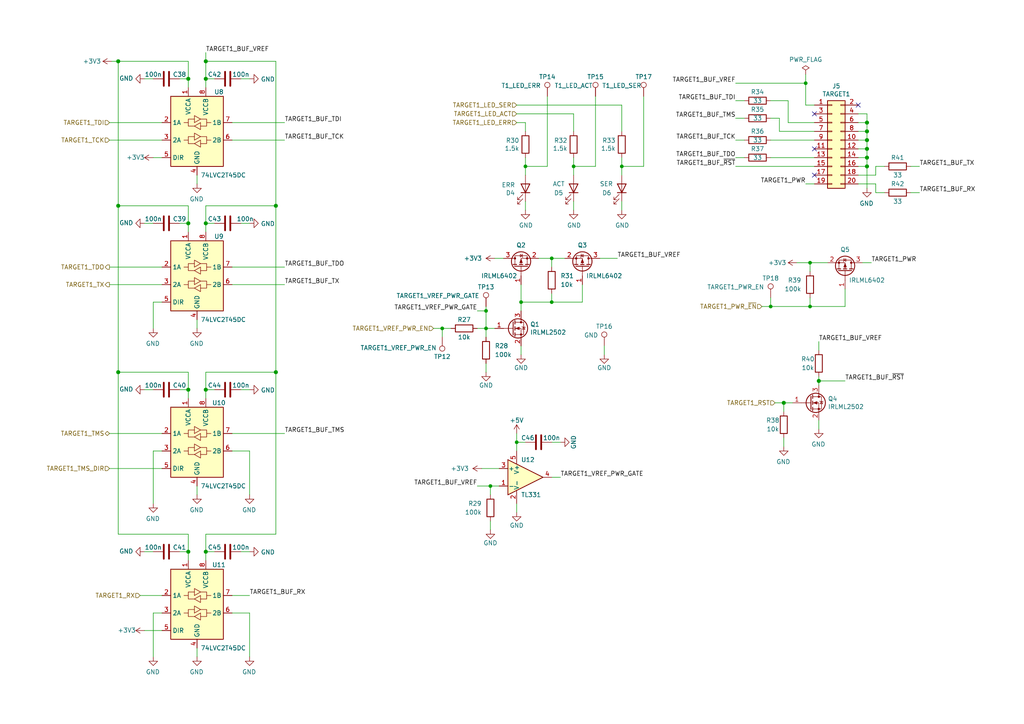
<source format=kicad_sch>
(kicad_sch (version 20211123) (generator eeschema)
  (paper "A4")
  (lib_symbols
    (symbol "Comparator:TL331" (pin_names (offset 0.127))
      (property "Reference" "U" (at 1.27 5.08 0))
      (property "Value" "TL331" (at 3.81 -5.08 0))
      (symbol "TL331_0_1"
        (polyline (pts (xy -5.08 5.08) (xy 5.08 0) (xy -5.08 -5.08) (xy -5.08 5.08)) (stroke (width 0.254)) (fill (type background)))
      )
      (symbol "TL331_1_1"
        (pin input line (at -7.62 -2.54 0) (length 2.54) (name "-") (number "1"))
        (pin power_in line (at -2.54 -7.62 90) (length 3.81) (name "V-") (number "2"))
        (pin input line (at -7.62 2.54 0) (length 2.54) (name "+") (number "3"))
        (pin open_collector line (at 7.62 0 180) (length 2.54) (name "~") (number "4"))
        (pin power_in line (at -2.54 7.62 270) (length 3.81) (name "V+") (number "5"))
      )
    )
    (symbol "Connector:TestPoint" (pin_numbers hide) (pin_names (offset 0.762) hide)
      (property "Reference" "TP" (at 0 6.858 0))
      (property "Value" "TestPoint" (at 0 5.08 0))
      (symbol "TestPoint_0_1"
        (circle (center 0 3.302) (radius 0.762))
      )
      (symbol "TestPoint_1_1"
        (pin passive line (at 0 0 90) (length 2.54) (name "1") (number "1"))
      )
    )
    (symbol "Connector_Generic:Conn_02x10_Odd_Even" (pin_names (offset 1.016) hide)
      (property "Reference" "J" (at 1.27 12.7 0))
      (property "Value" "Conn_02x10_Odd_Even" (at 1.27 -15.24 0))
      (symbol "Conn_02x10_Odd_Even_1_1"
        (rectangle (start -1.27 -12.573) (end 0 -12.827) (stroke (width 0.1524)))
        (rectangle (start -1.27 -10.033) (end 0 -10.287) (stroke (width 0.1524)))
        (rectangle (start -1.27 -7.493) (end 0 -7.747) (stroke (width 0.1524)))
        (rectangle (start -1.27 -4.953) (end 0 -5.207) (stroke (width 0.1524)))
        (rectangle (start -1.27 -2.413) (end 0 -2.667) (stroke (width 0.1524)))
        (rectangle (start -1.27 0.127) (end 0 -0.127) (stroke (width 0.1524)))
        (rectangle (start -1.27 2.667) (end 0 2.413) (stroke (width 0.1524)))
        (rectangle (start -1.27 5.207) (end 0 4.953) (stroke (width 0.1524)))
        (rectangle (start -1.27 7.747) (end 0 7.493) (stroke (width 0.1524)))
        (rectangle (start -1.27 10.287) (end 0 10.033) (stroke (width 0.1524)))
        (rectangle (start -1.27 11.43) (end 3.81 -13.97) (stroke (width 0.254)) (fill (type background)))
        (rectangle (start 3.81 -12.573) (end 2.54 -12.827) (stroke (width 0.1524)))
        (rectangle (start 3.81 -10.033) (end 2.54 -10.287) (stroke (width 0.1524)))
        (rectangle (start 3.81 -7.493) (end 2.54 -7.747) (stroke (width 0.1524)))
        (rectangle (start 3.81 -4.953) (end 2.54 -5.207) (stroke (width 0.1524)))
        (rectangle (start 3.81 -2.413) (end 2.54 -2.667) (stroke (width 0.1524)))
        (rectangle (start 3.81 0.127) (end 2.54 -0.127) (stroke (width 0.1524)))
        (rectangle (start 3.81 2.667) (end 2.54 2.413) (stroke (width 0.1524)))
        (rectangle (start 3.81 5.207) (end 2.54 4.953) (stroke (width 0.1524)))
        (rectangle (start 3.81 7.747) (end 2.54 7.493) (stroke (width 0.1524)))
        (rectangle (start 3.81 10.287) (end 2.54 10.033) (stroke (width 0.1524)))
        (pin passive line (at -5.08 10.16 0) (length 3.81) (name "Pin_1") (number "1"))
        (pin passive line (at 7.62 0 180) (length 3.81) (name "Pin_10") (number "10"))
        (pin passive line (at -5.08 -2.54 0) (length 3.81) (name "Pin_11") (number "11"))
        (pin passive line (at 7.62 -2.54 180) (length 3.81) (name "Pin_12") (number "12"))
        (pin passive line (at -5.08 -5.08 0) (length 3.81) (name "Pin_13") (number "13"))
        (pin passive line (at 7.62 -5.08 180) (length 3.81) (name "Pin_14") (number "14"))
        (pin passive line (at -5.08 -7.62 0) (length 3.81) (name "Pin_15") (number "15"))
        (pin passive line (at 7.62 -7.62 180) (length 3.81) (name "Pin_16") (number "16"))
        (pin passive line (at -5.08 -10.16 0) (length 3.81) (name "Pin_17") (number "17"))
        (pin passive line (at 7.62 -10.16 180) (length 3.81) (name "Pin_18") (number "18"))
        (pin passive line (at -5.08 -12.7 0) (length 3.81) (name "Pin_19") (number "19"))
        (pin passive line (at 7.62 10.16 180) (length 3.81) (name "Pin_2") (number "2"))
        (pin passive line (at 7.62 -12.7 180) (length 3.81) (name "Pin_20") (number "20"))
        (pin passive line (at -5.08 7.62 0) (length 3.81) (name "Pin_3") (number "3"))
        (pin passive line (at 7.62 7.62 180) (length 3.81) (name "Pin_4") (number "4"))
        (pin passive line (at -5.08 5.08 0) (length 3.81) (name "Pin_5") (number "5"))
        (pin passive line (at 7.62 5.08 180) (length 3.81) (name "Pin_6") (number "6"))
        (pin passive line (at -5.08 2.54 0) (length 3.81) (name "Pin_7") (number "7"))
        (pin passive line (at 7.62 2.54 180) (length 3.81) (name "Pin_8") (number "8"))
        (pin passive line (at -5.08 0 0) (length 3.81) (name "Pin_9") (number "9"))
      )
    )
    (symbol "Device:C" (pin_numbers hide) (pin_names (offset 0.254))
      (property "Reference" "C" (at 0.635 2.54 0))
      (property "Value" "C" (at 0.635 -2.54 0))
      (symbol "C_0_1"
        (polyline (pts (xy -2.032 -0.762) (xy 2.032 -0.762)) (stroke (width 0.508)))
        (polyline (pts (xy -2.032 0.762) (xy 2.032 0.762)) (stroke (width 0.508)))
      )
      (symbol "C_1_1"
        (pin passive line (at 0 3.81 270) (length 2.794) (name "~") (number "1"))
        (pin passive line (at 0 -3.81 90) (length 2.794) (name "~") (number "2"))
      )
    )
    (symbol "Device:LED" (pin_numbers hide) (pin_names (offset 1.016) hide)
      (property "Reference" "D" (at 0 2.54 0))
      (property "Value" "LED" (at 0 -2.54 0))
      (symbol "LED_0_1"
        (polyline (pts (xy -1.27 -1.27) (xy -1.27 1.27)) (stroke (width 0.254)))
        (polyline (pts (xy -1.27 0) (xy 1.27 0)))
        (polyline (pts (xy 1.27 -1.27) (xy 1.27 1.27) (xy -1.27 0) (xy 1.27 -1.27)) (stroke (width 0.254)))
        (polyline (pts (xy -3.048 -0.762) (xy -4.572 -2.286) (xy -3.81 -2.286) (xy -4.572 -2.286) (xy -4.572 -1.524)))
        (polyline (pts (xy -1.778 -0.762) (xy -3.302 -2.286) (xy -2.54 -2.286) (xy -3.302 -2.286) (xy -3.302 -1.524)))
      )
      (symbol "LED_1_1"
        (pin passive line (at -3.81 0 0) (length 2.54) (name "K") (number "1"))
        (pin passive line (at 3.81 0 180) (length 2.54) (name "A") (number "2"))
      )
    )
    (symbol "Device:Q_NMOS_GSD" (pin_names (offset 0) hide)
      (property "Reference" "Q" (at 5.08 1.27 0))
      (property "Value" "Q_NMOS_GSD" (at 5.08 -1.27 0))
      (symbol "Q_NMOS_GSD_0_1"
        (polyline (pts (xy 0.254 0) (xy -2.54 0)))
        (polyline (pts (xy 0.254 1.905) (xy 0.254 -1.905)) (stroke (width 0.254)))
        (polyline (pts (xy 0.762 -1.27) (xy 0.762 -2.286)) (stroke (width 0.254)))
        (polyline (pts (xy 0.762 0.508) (xy 0.762 -0.508)) (stroke (width 0.254)))
        (polyline (pts (xy 0.762 2.286) (xy 0.762 1.27)) (stroke (width 0.254)))
        (polyline (pts (xy 2.54 2.54) (xy 2.54 1.778)))
        (polyline (pts (xy 2.54 -2.54) (xy 2.54 0) (xy 0.762 0)))
        (polyline (pts (xy 0.762 -1.778) (xy 3.302 -1.778) (xy 3.302 1.778) (xy 0.762 1.778)))
        (polyline (pts (xy 1.016 0) (xy 2.032 0.381) (xy 2.032 -0.381) (xy 1.016 0)) (fill (type outline)))
        (polyline (pts (xy 2.794 0.508) (xy 2.921 0.381) (xy 3.683 0.381) (xy 3.81 0.254)))
        (polyline (pts (xy 3.302 0.381) (xy 2.921 -0.254) (xy 3.683 -0.254) (xy 3.302 0.381)))
        (circle (center 1.651 0) (radius 2.794) (stroke (width 0.254)))
        (circle (center 2.54 -1.778) (radius 0.254) (fill (type outline)))
        (circle (center 2.54 1.778) (radius 0.254) (fill (type outline)))
      )
      (symbol "Q_NMOS_GSD_1_1"
        (pin input line (at -5.08 0 0) (length 2.54) (name "G") (number "1"))
        (pin passive line (at 2.54 -5.08 90) (length 2.54) (name "S") (number "2"))
        (pin passive line (at 2.54 5.08 270) (length 2.54) (name "D") (number "3"))
      )
    )
    (symbol "Device:R" (pin_numbers hide) (pin_names (offset 0))
      (property "Reference" "R" (at 2.032 0 90))
      (property "Value" "R" (at 0 0 90))
      (symbol "R_0_1"
        (rectangle (start -1.016 -2.54) (end 1.016 2.54) (stroke (width 0.254)))
      )
      (symbol "R_1_1"
        (pin passive line (at 0 3.81 270) (length 1.27) (name "~") (number "1"))
        (pin passive line (at 0 -3.81 90) (length 1.27) (name "~") (number "2"))
      )
    )
    (symbol "Logic_LevelTranslator:74LVC2T45DC"
      (property "Reference" "U" (at 6.35 -11.43 0))
      (property "Value" "74LVC2T45DC" (at 10.16 11.43 0))
      (symbol "74LVC2T45DC_1_1"
        (rectangle (start -7.62 10.16) (end 7.62 -10.16) (stroke (width 0.254)) (fill (type background)))
        (polyline (pts (xy -2.54 -2.54) (xy -2.54 -1.524) (xy -0.762 -1.524)))
        (polyline (pts (xy -2.54 2.54) (xy -2.54 3.556) (xy -0.762 3.556)))
        (polyline (pts (xy 2.794 -2.54) (xy 2.794 -3.556) (xy 1.016 -3.556)))
        (polyline (pts (xy 2.794 2.54) (xy 2.794 1.524) (xy 1.016 1.524)))
        (polyline (pts (xy -0.762 -3.556) (xy -2.54 -3.556) (xy -2.54 -2.54) (xy -3.81 -2.54)))
        (polyline (pts (xy -0.762 -2.54) (xy -0.762 -0.508) (xy 1.016 -1.524) (xy -0.762 -2.54)))
        (polyline (pts (xy -0.762 1.524) (xy -2.54 1.524) (xy -2.54 2.54) (xy -3.81 2.54)))
        (polyline (pts (xy -0.762 2.54) (xy -0.762 4.572) (xy 1.016 3.556) (xy -0.762 2.54)))
        (polyline (pts (xy 1.016 -1.524) (xy 2.794 -1.524) (xy 2.794 -2.54) (xy 4.064 -2.54)))
        (polyline (pts (xy 1.016 3.556) (xy 2.794 3.556) (xy 2.794 2.54) (xy 4.064 2.54)))
        (polyline (pts (xy 1.016 -2.54) (xy 1.016 -4.318) (xy 1.016 -4.572) (xy -0.762 -3.556) (xy 1.016 -2.54)))
        (polyline (pts (xy 1.016 2.54) (xy 1.016 0.762) (xy 1.016 0.508) (xy -0.762 1.524) (xy 1.016 2.54)))
        (pin power_in line (at -2.54 12.7 270) (length 2.54) (name "VCCA") (number "1"))
        (pin bidirectional line (at -10.16 2.54 0) (length 2.54) (name "1A") (number "2"))
        (pin bidirectional line (at -10.16 -2.54 0) (length 2.54) (name "2A") (number "3"))
        (pin power_in line (at 0 -12.7 90) (length 2.54) (name "GND") (number "4"))
        (pin input line (at -10.16 -7.62 0) (length 2.54) (name "DIR") (number "5"))
        (pin bidirectional line (at 10.16 -2.54 180) (length 2.54) (name "2B") (number "6"))
        (pin bidirectional line (at 10.16 2.54 180) (length 2.54) (name "1B") (number "7"))
        (pin power_in line (at 2.54 12.7 270) (length 2.54) (name "VCCB") (number "8"))
      )
    )
    (symbol "Transistor_FET:IRLML6402" (pin_names hide)
      (property "Reference" "Q" (at 5.08 1.905 0))
      (property "Value" "IRLML6402" (at 5.08 0 0))
      (symbol "IRLML6402_0_1"
        (polyline (pts (xy 0.254 0) (xy -2.54 0)))
        (polyline (pts (xy 0.254 1.905) (xy 0.254 -1.905)) (stroke (width 0.254)))
        (polyline (pts (xy 0.762 -1.27) (xy 0.762 -2.286)) (stroke (width 0.254)))
        (polyline (pts (xy 0.762 0.508) (xy 0.762 -0.508)) (stroke (width 0.254)))
        (polyline (pts (xy 0.762 2.286) (xy 0.762 1.27)) (stroke (width 0.254)))
        (polyline (pts (xy 2.54 2.54) (xy 2.54 1.778)))
        (polyline (pts (xy 2.54 -2.54) (xy 2.54 0) (xy 0.762 0)))
        (polyline (pts (xy 0.762 1.778) (xy 3.302 1.778) (xy 3.302 -1.778) (xy 0.762 -1.778)))
        (polyline (pts (xy 2.286 0) (xy 1.27 0.381) (xy 1.27 -0.381) (xy 2.286 0)) (fill (type outline)))
        (polyline (pts (xy 2.794 -0.508) (xy 2.921 -0.381) (xy 3.683 -0.381) (xy 3.81 -0.254)))
        (polyline (pts (xy 3.302 -0.381) (xy 2.921 0.254) (xy 3.683 0.254) (xy 3.302 -0.381)))
        (circle (center 1.651 0) (radius 2.794) (stroke (width 0.254)))
        (circle (center 2.54 -1.778) (radius 0.254) (fill (type outline)))
        (circle (center 2.54 1.778) (radius 0.254) (fill (type outline)))
      )
      (symbol "IRLML6402_1_1"
        (pin input line (at -5.08 0 0) (length 2.54) (name "G") (number "1"))
        (pin passive line (at 2.54 -5.08 90) (length 2.54) (name "S") (number "2"))
        (pin passive line (at 2.54 5.08 270) (length 2.54) (name "D") (number "3"))
      )
    )
    (symbol "power:+3V3" (power) (pin_names (offset 0))
      (property "Value" "+3V3" (at 0 3.556 0))
      (symbol "+3V3_0_1"
        (polyline (pts (xy -0.762 1.27) (xy 0 2.54)))
        (polyline (pts (xy 0 0) (xy 0 2.54)))
        (polyline (pts (xy 0 2.54) (xy 0.762 1.27)))
      )
      (symbol "+3V3_1_1"
        (pin power_in line (at 0 0 90) (length 0) hide (name "+3V3") (number "1"))
      )
    )
    (symbol "power:+5V" (power) (pin_names (offset 0))
      (property "Value" "+5V" (at 0 3.556 0))
      (symbol "+5V_0_1"
        (polyline (pts (xy -0.762 1.27) (xy 0 2.54)))
        (polyline (pts (xy 0 0) (xy 0 2.54)))
        (polyline (pts (xy 0 2.54) (xy 0.762 1.27)))
      )
      (symbol "+5V_1_1"
        (pin power_in line (at 0 0 90) (length 0) hide (name "+5V") (number "1"))
      )
    )
    (symbol "power:GND" (power) (pin_names (offset 0))
      (property "Value" "GND" (at 0 -3.81 0))
      (symbol "GND_0_1"
        (polyline (pts (xy 0 0) (xy 0 -1.27) (xy 1.27 -1.27) (xy 0 -2.54) (xy -1.27 -1.27) (xy 0 -1.27)))
      )
      (symbol "GND_1_1"
        (pin power_in line (at 0 0 270) (length 0) hide (name "GND") (number "1"))
      )
    )
    (symbol "power:PWR_FLAG" (power) (pin_numbers hide) (pin_names (offset 0) hide)
      (property "Value" "PWR_FLAG" (at 0 3.81 0))
      (symbol "PWR_FLAG_0_0"
        (pin power_out line (at 0 0 90) (length 0) (name "pwr") (number "1"))
      )
      (symbol "PWR_FLAG_0_1"
        (polyline (pts (xy 0 0) (xy 0 1.27) (xy -1.016 1.905) (xy 0 2.54) (xy 1.016 1.905) (xy 0 1.27)))
      )
    )
  )
  (junction (at 54.61 64.77) (diameter 1.016))
  (junction (at 251.46 35.56) (diameter 1.016))
  (junction (at 149.86 128.27) (diameter 0.9144))
  (junction (at 59.69 160.02) (diameter 1.016))
  (junction (at 54.61 160.02) (diameter 1.016))
  (junction (at 34.29 17.78) (diameter 1.016))
  (junction (at 54.61 22.86) (diameter 1.016))
  (junction (at 251.46 40.64) (diameter 1.016))
  (junction (at 251.46 43.18) (diameter 1.016))
  (junction (at 234.95 76.2) (diameter 0.9144))
  (junction (at 80.01 59.69) (diameter 1.016))
  (junction (at 59.69 17.78) (diameter 1.016))
  (junction (at 34.29 107.95) (diameter 1.016))
  (junction (at 128.27 95.25) (diameter 0.9144))
  (junction (at 152.4 48.26))
  (junction (at 251.46 38.1) (diameter 1.016))
  (junction (at 223.52 88.9) (diameter 0.9144))
  (junction (at 59.69 22.86) (diameter 1.016))
  (junction (at 140.97 90.17) (diameter 0.9144))
  (junction (at 237.49 110.49) (diameter 1.016))
  (junction (at 160.02 87.63) (diameter 0.9144))
  (junction (at 233.68 24.13) (diameter 0.9144))
  (junction (at 142.24 140.97) (diameter 0.9144))
  (junction (at 54.61 113.03) (diameter 1.016))
  (junction (at 180.34 48.26))
  (junction (at 166.37 48.26))
  (junction (at 34.29 59.69) (diameter 1.016))
  (junction (at 251.46 45.72) (diameter 1.016))
  (junction (at 160.02 74.93) (diameter 0.9144))
  (junction (at 59.69 64.77) (diameter 1.016))
  (junction (at 251.46 48.26) (diameter 1.016))
  (junction (at 227.33 116.84) (diameter 1.016))
  (junction (at 140.97 95.25) (diameter 0.9144))
  (junction (at 59.69 113.03) (diameter 1.016))
  (junction (at 80.01 107.95) (diameter 1.016))
  (junction (at 151.13 87.63) (diameter 0.9144))
  (junction (at 234.95 88.9) (diameter 0.9144))
  (no_connect (at 236.22 43.18))
  (no_connect (at 236.22 33.02))
  (no_connect (at 248.92 30.48))
  (no_connect (at 236.22 50.8))
  (wire (pts (xy 44.45 22.86) (xy 41.91 22.86)))
  (wire (pts (xy 213.36 45.72) (xy 215.9 45.72)))
  (wire (pts (xy 34.29 59.69) (xy 34.29 107.95)))
  (wire (pts (xy 34.29 17.78) (xy 54.61 17.78)))
  (wire (pts (xy 34.29 154.94) (xy 54.61 154.94)))
  (wire (pts (xy 264.16 48.26) (xy 266.7 48.26)))
  (wire (pts (xy 59.69 15.24) (xy 59.69 17.78)))
  (wire (pts (xy 59.69 17.78) (xy 59.69 22.86)))
  (wire (pts (xy 251.46 33.02) (xy 251.46 35.56)))
  (wire (pts (xy 44.45 113.03) (xy 41.91 113.03)))
  (wire (pts (xy 158.75 48.26) (xy 158.75 27.94)))
  (wire (pts (xy 44.45 160.02) (xy 41.91 160.02)))
  (wire (pts (xy 213.36 29.21) (xy 215.9 29.21)))
  (wire (pts (xy 227.33 119.38) (xy 227.33 116.84)))
  (wire (pts (xy 213.36 40.64) (xy 215.9 40.64)))
  (wire (pts (xy 149.86 33.02) (xy 166.37 33.02)))
  (wire (pts (xy 44.45 177.8) (xy 44.45 190.5)))
  (wire (pts (xy 234.95 86.36) (xy 234.95 88.9)))
  (wire (pts (xy 234.95 88.9) (xy 245.11 88.9)))
  (wire (pts (xy 245.11 88.9) (xy 245.11 83.82)))
  (wire (pts (xy 80.01 59.69) (xy 80.01 17.78)))
  (wire (pts (xy 149.86 125.73) (xy 149.86 128.27)))
  (wire (pts (xy 54.61 160.02) (xy 54.61 162.56)))
  (wire (pts (xy 248.92 45.72) (xy 251.46 45.72)))
  (wire (pts (xy 34.29 107.95) (xy 34.29 154.94)))
  (wire (pts (xy 54.61 107.95) (xy 54.61 113.03)))
  (wire (pts (xy 248.92 50.8) (xy 254 50.8)))
  (wire (pts (xy 59.69 154.94) (xy 59.69 160.02)))
  (wire (pts (xy 160.02 138.43) (xy 162.56 138.43)))
  (wire (pts (xy 160.02 74.93) (xy 160.02 77.47)))
  (wire (pts (xy 142.24 140.97) (xy 142.24 143.51)))
  (wire (pts (xy 213.36 34.29) (xy 215.9 34.29)))
  (wire (pts (xy 46.99 87.63) (xy 44.45 87.63)))
  (wire (pts (xy 248.92 33.02) (xy 251.46 33.02)))
  (wire (pts (xy 264.16 55.88) (xy 266.7 55.88)))
  (wire (pts (xy 233.68 21.59) (xy 233.68 24.13)))
  (wire (pts (xy 223.52 34.29) (xy 226.06 34.29)))
  (wire (pts (xy 226.06 34.29) (xy 226.06 38.1)))
  (wire (pts (xy 234.95 76.2) (xy 234.95 78.74)))
  (wire (pts (xy 31.75 77.47) (xy 46.99 77.47)))
  (wire (pts (xy 52.07 113.03) (xy 54.61 113.03)))
  (wire (pts (xy 227.33 116.84) (xy 224.79 116.84)))
  (wire (pts (xy 59.69 113.03) (xy 59.69 115.57)))
  (wire (pts (xy 32.385 17.78) (xy 34.29 17.78)))
  (wire (pts (xy 233.68 24.13) (xy 213.36 24.13)))
  (wire (pts (xy 233.68 24.13) (xy 233.68 30.48)))
  (wire (pts (xy 59.69 22.86) (xy 59.69 25.4)))
  (wire (pts (xy 143.51 74.93) (xy 146.05 74.93)))
  (wire (pts (xy 166.37 58.42) (xy 166.37 60.96)))
  (wire (pts (xy 149.86 146.05) (xy 149.86 148.59)))
  (wire (pts (xy 254 48.26) (xy 256.54 48.26)))
  (wire (pts (xy 151.13 82.55) (xy 151.13 87.63)))
  (wire (pts (xy 80.01 107.95) (xy 59.69 107.95)))
  (wire (pts (xy 168.91 87.63) (xy 168.91 82.55)))
  (wire (pts (xy 57.15 143.51) (xy 57.15 140.97)))
  (wire (pts (xy 223.52 86.36) (xy 223.52 88.9)))
  (wire (pts (xy 52.07 160.02) (xy 54.61 160.02)))
  (wire (pts (xy 57.15 53.34) (xy 57.15 50.8)))
  (wire (pts (xy 220.98 88.9) (xy 223.52 88.9)))
  (wire (pts (xy 223.52 88.9) (xy 234.95 88.9)))
  (wire (pts (xy 54.61 22.86) (xy 54.61 25.4)))
  (wire (pts (xy 62.23 113.03) (xy 59.69 113.03)))
  (wire (pts (xy 59.69 107.95) (xy 59.69 113.03)))
  (wire (pts (xy 44.45 45.72) (xy 46.99 45.72)))
  (wire (pts (xy 180.34 58.42) (xy 180.34 60.96)))
  (wire (pts (xy 248.92 43.18) (xy 251.46 43.18)))
  (wire (pts (xy 44.45 130.81) (xy 44.45 146.05)))
  (wire (pts (xy 59.69 59.69) (xy 80.01 59.69)))
  (wire (pts (xy 80.01 59.69) (xy 80.01 107.95)))
  (wire (pts (xy 80.01 154.94) (xy 59.69 154.94)))
  (wire (pts (xy 67.31 125.73) (xy 82.55 125.73)))
  (wire (pts (xy 69.85 64.77) (xy 72.39 64.77)))
  (wire (pts (xy 227.33 129.54) (xy 227.33 127)))
  (wire (pts (xy 59.69 64.77) (xy 59.69 67.31)))
  (wire (pts (xy 226.06 38.1) (xy 236.22 38.1)))
  (wire (pts (xy 69.85 113.03) (xy 72.39 113.03)))
  (wire (pts (xy 254 53.34) (xy 254 55.88)))
  (wire (pts (xy 156.21 74.93) (xy 160.02 74.93)))
  (wire (pts (xy 140.97 88.9) (xy 140.97 90.17)))
  (wire (pts (xy 186.69 48.26) (xy 186.69 27.94)))
  (wire (pts (xy 149.86 128.27) (xy 149.86 130.81)))
  (wire (pts (xy 251.46 40.64) (xy 251.46 43.18)))
  (wire (pts (xy 125.73 95.25) (xy 128.27 95.25)))
  (wire (pts (xy 128.27 95.25) (xy 130.81 95.25)))
  (wire (pts (xy 46.99 177.8) (xy 44.45 177.8)))
  (wire (pts (xy 72.39 177.8) (xy 72.39 190.5)))
  (wire (pts (xy 237.49 110.49) (xy 245.11 110.49)))
  (wire (pts (xy 152.4 45.72) (xy 152.4 48.26)))
  (wire (pts (xy 237.49 110.49) (xy 237.49 111.76)))
  (wire (pts (xy 54.61 59.69) (xy 34.29 59.69)))
  (wire (pts (xy 228.6 35.56) (xy 236.22 35.56)))
  (wire (pts (xy 67.31 77.47) (xy 82.55 77.47)))
  (wire (pts (xy 31.75 135.89) (xy 46.99 135.89)))
  (wire (pts (xy 227.33 116.84) (xy 229.87 116.84)))
  (wire (pts (xy 251.46 48.26) (xy 251.46 54.61)))
  (wire (pts (xy 152.4 58.42) (xy 152.4 60.96)))
  (wire (pts (xy 54.61 64.77) (xy 54.61 59.69)))
  (wire (pts (xy 236.22 53.34) (xy 233.68 53.34)))
  (wire (pts (xy 138.43 95.25) (xy 140.97 95.25)))
  (wire (pts (xy 149.86 35.56) (xy 152.4 35.56)))
  (wire (pts (xy 62.23 160.02) (xy 59.69 160.02)))
  (wire (pts (xy 254 50.8) (xy 254 48.26)))
  (wire (pts (xy 160.02 74.93) (xy 163.83 74.93)))
  (wire (pts (xy 248.92 38.1) (xy 251.46 38.1)))
  (wire (pts (xy 248.92 53.34) (xy 254 53.34)))
  (wire (pts (xy 237.49 109.22) (xy 237.49 110.49)))
  (wire (pts (xy 149.86 30.48) (xy 180.34 30.48)))
  (wire (pts (xy 151.13 87.63) (xy 160.02 87.63)))
  (wire (pts (xy 54.61 154.94) (xy 54.61 160.02)))
  (wire (pts (xy 223.52 40.64) (xy 236.22 40.64)))
  (wire (pts (xy 151.13 100.33) (xy 151.13 102.87)))
  (wire (pts (xy 237.49 124.46) (xy 237.49 121.92)))
  (wire (pts (xy 44.45 64.77) (xy 41.91 64.77)))
  (wire (pts (xy 52.07 64.77) (xy 54.61 64.77)))
  (wire (pts (xy 72.39 130.81) (xy 72.39 143.51)))
  (wire (pts (xy 67.31 172.72) (xy 72.39 172.72)))
  (wire (pts (xy 80.01 107.95) (xy 80.01 154.94)))
  (wire (pts (xy 250.19 76.2) (xy 252.73 76.2)))
  (wire (pts (xy 69.85 22.86) (xy 72.39 22.86)))
  (wire (pts (xy 166.37 45.72) (xy 166.37 48.26)))
  (wire (pts (xy 140.97 95.25) (xy 140.97 97.79)))
  (wire (pts (xy 139.7 135.89) (xy 144.78 135.89)))
  (wire (pts (xy 180.34 48.26) (xy 186.69 48.26)))
  (wire (pts (xy 233.68 30.48) (xy 236.22 30.48)))
  (wire (pts (xy 140.97 105.41) (xy 140.97 107.95)))
  (wire (pts (xy 54.61 113.03) (xy 54.61 115.57)))
  (wire (pts (xy 251.46 38.1) (xy 251.46 40.64)))
  (wire (pts (xy 40.64 172.72) (xy 46.99 172.72)))
  (wire (pts (xy 67.31 82.55) (xy 82.55 82.55)))
  (wire (pts (xy 152.4 48.26) (xy 152.4 50.8)))
  (wire (pts (xy 160.02 85.09) (xy 160.02 87.63)))
  (wire (pts (xy 59.69 160.02) (xy 59.69 162.56)))
  (wire (pts (xy 54.61 17.78) (xy 54.61 22.86)))
  (wire (pts (xy 254 55.88) (xy 256.54 55.88)))
  (wire (pts (xy 59.69 64.77) (xy 59.69 59.69)))
  (wire (pts (xy 138.43 140.97) (xy 142.24 140.97)))
  (wire (pts (xy 142.24 140.97) (xy 144.78 140.97)))
  (wire (pts (xy 46.99 40.64) (xy 31.75 40.64)))
  (wire (pts (xy 175.26 100.33) (xy 175.26 102.87)))
  (wire (pts (xy 140.97 95.25) (xy 140.97 90.17)))
  (wire (pts (xy 152.4 38.1) (xy 152.4 35.56)))
  (wire (pts (xy 251.46 43.18) (xy 251.46 45.72)))
  (wire (pts (xy 57.15 95.25) (xy 57.15 92.71)))
  (wire (pts (xy 166.37 38.1) (xy 166.37 33.02)))
  (wire (pts (xy 67.31 130.81) (xy 72.39 130.81)))
  (wire (pts (xy 138.43 90.17) (xy 140.97 90.17)))
  (wire (pts (xy 248.92 35.56) (xy 251.46 35.56)))
  (wire (pts (xy 31.75 125.73) (xy 46.99 125.73)))
  (wire (pts (xy 248.92 40.64) (xy 251.46 40.64)))
  (wire (pts (xy 44.45 95.25) (xy 44.45 87.63)))
  (wire (pts (xy 172.72 48.26) (xy 166.37 48.26)))
  (wire (pts (xy 251.46 45.72) (xy 251.46 48.26)))
  (wire (pts (xy 140.97 95.25) (xy 143.51 95.25)))
  (wire (pts (xy 142.24 151.13) (xy 142.24 153.67)))
  (wire (pts (xy 69.85 160.02) (xy 72.39 160.02)))
  (wire (pts (xy 67.31 40.64) (xy 82.55 40.64)))
  (wire (pts (xy 34.29 59.69) (xy 34.29 17.78)))
  (wire (pts (xy 31.75 82.55) (xy 46.99 82.55)))
  (wire (pts (xy 166.37 48.26) (xy 166.37 50.8)))
  (wire (pts (xy 62.23 22.86) (xy 59.69 22.86)))
  (wire (pts (xy 57.15 190.5) (xy 57.15 187.96)))
  (wire (pts (xy 236.22 48.26) (xy 213.36 48.26)))
  (wire (pts (xy 67.31 35.56) (xy 82.55 35.56)))
  (wire (pts (xy 54.61 64.77) (xy 54.61 67.31)))
  (wire (pts (xy 152.4 48.26) (xy 158.75 48.26)))
  (wire (pts (xy 52.07 22.86) (xy 54.61 22.86)))
  (wire (pts (xy 67.31 177.8) (xy 72.39 177.8)))
  (wire (pts (xy 231.14 76.2) (xy 234.95 76.2)))
  (wire (pts (xy 234.95 76.2) (xy 240.03 76.2)))
  (wire (pts (xy 31.75 35.56) (xy 46.99 35.56)))
  (wire (pts (xy 180.34 30.48) (xy 180.34 38.1)))
  (wire (pts (xy 223.52 45.72) (xy 236.22 45.72)))
  (wire (pts (xy 46.99 130.81) (xy 44.45 130.81)))
  (wire (pts (xy 172.72 27.94) (xy 172.72 48.26)))
  (wire (pts (xy 160.02 87.63) (xy 168.91 87.63)))
  (wire (pts (xy 62.23 64.77) (xy 59.69 64.77)))
  (wire (pts (xy 251.46 35.56) (xy 251.46 38.1)))
  (wire (pts (xy 248.92 48.26) (xy 251.46 48.26)))
  (wire (pts (xy 180.34 45.72) (xy 180.34 48.26)))
  (wire (pts (xy 34.29 107.95) (xy 54.61 107.95)))
  (wire (pts (xy 46.99 182.88) (xy 41.91 182.88)))
  (wire (pts (xy 151.13 90.17) (xy 151.13 87.63)))
  (wire (pts (xy 128.27 95.25) (xy 128.27 97.79)))
  (wire (pts (xy 80.01 17.78) (xy 59.69 17.78)))
  (wire (pts (xy 237.49 99.06) (xy 237.49 101.6)))
  (wire (pts (xy 223.52 29.21) (xy 228.6 29.21)))
  (wire (pts (xy 228.6 29.21) (xy 228.6 35.56)))
  (wire (pts (xy 173.99 74.93) (xy 179.07 74.93)))
  (wire (pts (xy 152.4 128.27) (xy 149.86 128.27)))
  (wire (pts (xy 180.34 48.26) (xy 180.34 50.8)))
  (wire (pts (xy 160.02 128.27) (xy 162.56 128.27)))
  (label "TARGET1_BUF_TCK" (at 213.36 40.64 180))
  (label "TARGET1_VREF_PWR_GATE" (at 138.43 90.17 180))
  (label "TARGET1_BUF_VREF" (at 138.43 140.97 180))
  (label "TARGET1_BUF_VREF" (at 59.69 15.24 0))
  (label "TARGET1_BUF_TX" (at 82.55 82.55 0))
  (label "TARGET1_PWR" (at 233.68 53.34 180))
  (label "TARGET1_BUF_TDI" (at 82.55 35.56 0))
  (label "TARGET1_VREF_PWR_GATE" (at 162.56 138.43 0))
  (label "TARGET1_BUF_TMS" (at 82.55 125.73 0))
  (label "TARGET1_BUF_TDO" (at 213.36 45.72 180))
  (label "TARGET1_PWR" (at 252.73 76.2 0))
  (label "TARGET1_BUF_TMS" (at 213.36 34.29 180))
  (label "TARGET1_BUF_~{RST}" (at 213.36 48.26 180))
  (label "TARGET1_BUF_TDI" (at 213.36 29.21 180))
  (label "TARGET1_BUF_TCK" (at 82.55 40.64 0))
  (label "TARGET1_BUF_TX" (at 266.7 48.26 0))
  (label "TARGET1_BUF_RX" (at 266.7 55.88 0))
  (label "TARGET1_BUF_VREF" (at 179.07 74.93 0))
  (label "TARGET1_BUF_~{RST}" (at 245.11 110.49 0))
  (label "TARGET1_BUF_VREF" (at 213.36 24.13 180))
  (label "TARGET1_BUF_VREF" (at 237.49 99.06 0))
  (label "TARGET1_BUF_RX" (at 72.39 172.72 0))
  (label "TARGET1_BUF_TDO" (at 82.55 77.47 0))
  (hierarchical_label "TARGET1_TMS_DIR" (shape input) (at 31.75 135.89 180))
  (hierarchical_label "TARGET1_TX" (shape output) (at 31.75 82.55 180))
  (hierarchical_label "TARGET1_TCK" (shape input) (at 31.75 40.64 180))
  (hierarchical_label "TARGET1_RX" (shape input) (at 40.64 172.72 180))
  (hierarchical_label "TARGET1_TMS" (shape bidirectional) (at 31.75 125.73 180))
  (hierarchical_label "TARGET1_TDO" (shape output) (at 31.75 77.47 180))
  (hierarchical_label "TARGET1_LED_ACT" (shape input) (at 149.86 33.02 180))
  (hierarchical_label "TARGET1_PWR_~{EN}" (shape input) (at 220.98 88.9 180))
  (hierarchical_label "TARGET1_TDI" (shape input) (at 31.75 35.56 180))
  (hierarchical_label "TARGET1_LED_ERR" (shape input) (at 149.86 35.56 180))
  (hierarchical_label "TARGET1_LED_SER" (shape input) (at 149.86 30.48 180))
  (hierarchical_label "TARGET1_RST" (shape input) (at 224.79 116.84 180))
  (hierarchical_label "TARGET1_VREF_PWR_EN" (shape input) (at 125.73 95.25 180))
  (symbol (lib_id "Device:C") (at 66.04 22.86 270) (unit 1)
    (property "Reference" "C42" (at 62.23 21.59 90))
    (property "Value" "100n" (at 69.85 21.59 90))
    (property "Footprint" "Capacitor_SMD:C_0402_1005Metric" (effects hide))
    (property "Part Number" "CC0402KRX7R7BB104" (effects hide))
  )
  (symbol (lib_id "Device:C") (at 48.26 22.86 270) (unit 1)
    (property "Reference" "C38" (at 52.07 21.59 90))
    (property "Value" "100n" (at 44.45 21.59 90))
    (property "Footprint" "Capacitor_SMD:C_0402_1005Metric" (effects hide))
    (property "Part Number" "CC0402KRX7R7BB104" (effects hide))
  )
  (symbol (lib_id "Device:R") (at 219.71 40.64 90) (unit 1)
    (property "Reference" "R36" (at 219.71 38.1 90))
    (property "Value" "33" (at 219.71 40.64 90))
    (property "Footprint" "Resistor_SMD:R_0402_1005Metric" (effects hide))
    (property "Part Number" "RC0402FR-07100KL" (effects hide))
  )
  (symbol (lib_id "Transistor_FET:IRLML6402") (at 151.13 77.47 90) (unit 1)
    (property "Reference" "Q2" (at 151.13 71.12 90))
    (property "Value" "IRLML6402" (at 144.78 80.01 90))
    (property "Footprint" "Package_TO_SOT_SMD:SOT-23" (effects hide))
    (property "Datasheet" "https://www.infineon.com/dgdl/irlml6402pbf.pdf?fileId=5546d462533600a401535668d5c2263c" (effects hide))
  )
  (symbol (lib_id "Transistor_FET:IRLML6402") (at 168.91 77.47 270) (mirror x) (unit 1)
    (property "Reference" "Q3" (at 168.91 71.12 90))
    (property "Value" "IRLML6402" (at 175.26 80.01 90))
    (property "Footprint" "Package_TO_SOT_SMD:SOT-23" (effects hide))
    (property "Datasheet" "https://www.infineon.com/dgdl/irlml6402pbf.pdf?fileId=5546d462533600a401535668d5c2263c" (effects hide))
  )
  (symbol (lib_id "power:+3V3") (at 231.14 76.2 90) (unit 1)
    (property "Reference" "#PWR0111" (effects hide))
    (property "Value" "+3V3" (at 225.425 76.2 90))
  )
  (symbol (lib_id "power:GND") (at 149.86 148.59 0) (unit 1)
    (property "Reference" "#PWR0103" (effects hide))
    (property "Value" "GND" (at 149.86 152.4 0))
  )
  (symbol (lib_id "Device:C") (at 48.26 160.02 270) (unit 1)
    (property "Reference" "C41" (at 52.07 158.75 90))
    (property "Value" "100n" (at 44.45 158.75 90))
    (property "Footprint" "Capacitor_SMD:C_0402_1005Metric" (effects hide))
    (property "Part Number" "CC0402KRX7R7BB104" (effects hide))
  )
  (symbol (lib_id "power:GND") (at 72.39 64.77 90) (mirror x) (unit 1)
    (property "Reference" "#PWR093" (effects hide))
    (property "Value" "GND" (at 75.6412 64.897 90) (effects (justify right)))
  )
  (symbol (lib_id "Connector:TestPoint") (at 186.69 27.94 0) (unit 1)
    (property "Reference" "TP17" (at 186.69 22.2884 0))
    (property "Value" "T1_LED_SER" (at 180.34 24.8284 0))
    (property "Footprint" "TestPoint:TestPoint_Pad_D1.0mm" (effects hide))
  )
  (symbol (lib_id "power:GND") (at 44.45 190.5 0) (mirror y) (unit 1)
    (property "Reference" "#PWR087" (effects hide))
    (property "Value" "GND" (at 44.323 194.8942 0))
  )
  (symbol (lib_id "power:GND") (at 237.49 124.46 0) (mirror y) (unit 1)
    (property "Reference" "#PWR0112" (effects hide))
    (property "Value" "GND" (at 237.363 128.8542 0))
  )
  (symbol (lib_id "power:GND") (at 57.15 53.34 0) (mirror y) (unit 1)
    (property "Reference" "#PWR088" (effects hide))
    (property "Value" "GND" (at 57.023 57.7342 0))
  )
  (symbol (lib_id "power:GND") (at 41.91 113.03 270) (mirror x) (unit 1)
    (property "Reference" "#PWR081" (effects hide))
    (property "Value" "GND" (at 38.6588 112.903 90) (effects (justify right)))
  )
  (symbol (lib_id "Device:C") (at 66.04 113.03 270) (unit 1)
    (property "Reference" "C44" (at 62.23 111.76 90))
    (property "Value" "100n" (at 69.85 111.76 90))
    (property "Footprint" "Capacitor_SMD:C_0402_1005Metric" (effects hide))
    (property "Part Number" "CC0402KRX7R7BB104" (effects hide))
  )
  (symbol (lib_id "Device:R") (at 219.71 34.29 90) (unit 1)
    (property "Reference" "R35" (at 219.71 31.75 90))
    (property "Value" "33" (at 219.71 34.29 90))
    (property "Footprint" "Resistor_SMD:R_0402_1005Metric" (effects hide))
    (property "Part Number" "RC0402FR-07100KL" (effects hide))
  )
  (symbol (lib_id "power:GND") (at 44.45 146.05 0) (mirror y) (unit 1)
    (property "Reference" "#PWR086" (effects hide))
    (property "Value" "GND" (at 44.323 150.4442 0))
  )
  (symbol (lib_id "Device:R") (at 234.95 82.55 0) (mirror x) (unit 1)
    (property "Reference" "R39" (at 232.41 81.2799 0) (effects (justify right)))
    (property "Value" "100k" (at 232.41 83.8199 0) (effects (justify right)))
    (property "Footprint" "Resistor_SMD:R_0402_1005Metric" (effects hide))
  )
  (symbol (lib_id "Device:C") (at 66.04 160.02 270) (unit 1)
    (property "Reference" "C45" (at 62.23 158.75 90))
    (property "Value" "100n" (at 69.85 158.75 90))
    (property "Footprint" "Capacitor_SMD:C_0402_1005Metric" (effects hide))
    (property "Part Number" "CC0402KRX7R7BB104" (effects hide))
  )
  (symbol (lib_id "power:GND") (at 175.26 102.87 0) (unit 1)
    (property "Reference" "#PWR0108" (effects hide))
    (property "Value" "GND" (at 175.26 106.68 0))
  )
  (symbol (lib_id "power:+3V3") (at 44.45 45.72 90) (unit 1)
    (property "Reference" "#PWR084" (effects hide))
    (property "Value" "+3V3" (at 39.2938 45.6438 90))
  )
  (symbol (lib_id "Logic_LevelTranslator:74LVC2T45DC") (at 57.15 38.1 0) (unit 1)
    (property "Reference" "U8" (at 63.5 26.67 0))
    (property "Value" "74LVC2T45DC" (at 64.77 50.8 0))
    (property "Footprint" "Package_SO:VSSOP-8_2.3x2mm_P0.5mm" (effects hide))
    (property "Datasheet" "https://assets.nexperia.com/documents/data-sheet/74LVC_LVCH2T45.pdf" (effects hide))
    (property "Part Number" "SN74LVC2T45DCUR" (effects hide))
  )
  (symbol (lib_id "Device:C") (at 48.26 113.03 270) (unit 1)
    (property "Reference" "C40" (at 52.07 111.76 90))
    (property "Value" "100n" (at 44.45 111.76 90))
    (property "Footprint" "Capacitor_SMD:C_0402_1005Metric" (effects hide))
    (property "Part Number" "CC0402KRX7R7BB104" (effects hide))
  )
  (symbol (lib_id "power:PWR_FLAG") (at 233.68 21.59 0) (unit 1)
    (property "Reference" "#FLG04" (effects hide))
    (property "Value" "PWR_FLAG" (at 233.68 17.272 0))
  )
  (symbol (lib_id "Device:Q_NMOS_GSD") (at 148.59 95.25 0) (unit 1)
    (property "Reference" "Q1" (at 153.7716 94.0816 0) (effects (justify left)))
    (property "Value" "IRLML2502" (at 153.7716 96.393 0) (effects (justify left)))
    (property "Footprint" "Package_TO_SOT_SMD:SOT-23" (effects hide))
    (property "Part Number" "IRLML2502TRPBF" (effects hide))
  )
  (symbol (lib_id "power:GND") (at 227.33 129.54 0) (mirror y) (unit 1)
    (property "Reference" "#PWR0110" (effects hide))
    (property "Value" "GND" (at 227.203 133.9342 0))
  )
  (symbol (lib_id "Device:R") (at 142.24 147.32 0) (mirror x) (unit 1)
    (property "Reference" "R29" (at 139.7 146.0499 0) (effects (justify right)))
    (property "Value" "100k" (at 139.7 148.5899 0) (effects (justify right)))
    (property "Footprint" "Resistor_SMD:R_0402_1005Metric" (effects hide))
  )
  (symbol (lib_id "Logic_LevelTranslator:74LVC2T45DC") (at 57.15 175.26 0) (unit 1)
    (property "Reference" "U11" (at 63.5 163.83 0))
    (property "Value" "74LVC2T45DC" (at 64.77 187.96 0))
    (property "Footprint" "Package_SO:VSSOP-8_2.3x2mm_P0.5mm" (effects hide))
    (property "Datasheet" "https://assets.nexperia.com/documents/data-sheet/74LVC_LVCH2T45.pdf" (effects hide))
    (property "Part Number" "SN74LVC2T45DCUR" (effects hide))
  )
  (symbol (lib_id "Device:R") (at 260.35 55.88 90) (unit 1)
    (property "Reference" "R42" (at 260.35 53.34 90))
    (property "Value" "33" (at 260.35 58.42 90))
    (property "Footprint" "Resistor_SMD:R_0402_1005Metric" (effects hide))
    (property "Part Number" "RC0402FR-07100KL" (effects hide))
  )
  (symbol (lib_id "power:GND") (at 57.15 95.25 0) (mirror y) (unit 1)
    (property "Reference" "#PWR089" (effects hide))
    (property "Value" "GND" (at 57.023 99.6442 0))
  )
  (symbol (lib_id "power:+5V") (at 149.86 125.73 0) (unit 1)
    (property "Reference" "#PWR0102" (effects hide))
    (property "Value" "+5V" (at 149.86 121.92 0))
  )
  (symbol (lib_id "Connector:TestPoint") (at 175.26 100.33 0) (unit 1)
    (property "Reference" "TP16" (at 175.26 94.6784 0))
    (property "Value" "GND" (at 171.45 97.2184 0))
    (property "Footprint" "TestPoint:TestPoint_Pad_D1.0mm" (effects hide))
  )
  (symbol (lib_id "Device:R") (at 152.4 41.91 0) (mirror y) (unit 1)
    (property "Reference" "R30" (at 150.622 40.7416 0) (effects (justify left)))
    (property "Value" "1.5k" (at 150.622 43.053 0) (effects (justify left)))
    (property "Footprint" "Resistor_SMD:R_0402_1005Metric" (effects hide))
    (property "Part Number" "RC0402FR-071K5L" (effects hide))
  )
  (symbol (lib_id "power:GND") (at 41.91 22.86 270) (mirror x) (unit 1)
    (property "Reference" "#PWR079" (effects hide))
    (property "Value" "GND" (at 38.6588 22.733 90) (effects (justify right)))
  )
  (symbol (lib_id "power:+3V3") (at 139.7 135.89 90) (unit 1)
    (property "Reference" "#PWR098" (effects hide))
    (property "Value" "+3V3" (at 133.35 135.89 90))
  )
  (symbol (lib_id "power:GND") (at 41.91 160.02 270) (mirror x) (unit 1)
    (property "Reference" "#PWR082" (effects hide))
    (property "Value" "GND" (at 38.6588 159.893 90) (effects (justify right)))
  )
  (symbol (lib_id "Transistor_FET:IRLML6402") (at 245.11 78.74 270) (mirror x) (unit 1)
    (property "Reference" "Q5" (at 245.11 72.39 90))
    (property "Value" "IRLML6402" (at 251.46 81.28 90))
    (property "Footprint" "Package_TO_SOT_SMD:SOT-23" (effects hide))
    (property "Datasheet" "https://www.infineon.com/dgdl/irlml6402pbf.pdf?fileId=5546d462533600a401535668d5c2263c" (effects hide))
  )
  (symbol (lib_id "Logic_LevelTranslator:74LVC2T45DC") (at 57.15 80.01 0) (unit 1)
    (property "Reference" "U9" (at 63.5 68.58 0))
    (property "Value" "74LVC2T45DC" (at 64.77 92.71 0))
    (property "Footprint" "Package_SO:VSSOP-8_2.3x2mm_P0.5mm" (effects hide))
    (property "Datasheet" "https://assets.nexperia.com/documents/data-sheet/74LVC_LVCH2T45.pdf" (effects hide))
    (property "Part Number" "SN74LVC2T45DCUR" (effects hide))
  )
  (symbol (lib_id "Connector:TestPoint") (at 140.97 88.9 0) (unit 1)
    (property "Reference" "TP13" (at 140.97 83.2484 0))
    (property "Value" "TARGET1_VREF_PWR_GATE" (at 127 85.7884 0))
    (property "Footprint" "TestPoint:TestPoint_Pad_D1.0mm" (effects hide))
  )
  (symbol (lib_id "power:GND") (at 151.13 102.87 0) (unit 1)
    (property "Reference" "#PWR0104" (effects hide))
    (property "Value" "GND" (at 151.13 106.68 0))
  )
  (symbol (lib_id "Device:R") (at 237.49 105.41 0) (mirror y) (unit 1)
    (property "Reference" "R40" (at 234.315 104.14 0))
    (property "Value" "10k" (at 234.315 106.68 0))
    (property "Footprint" "Resistor_SMD:R_0402_1005Metric" (effects hide))
    (property "Part Number" "RC0402FR-0710KL" (effects hide))
  )
  (symbol (lib_id "Connector_Generic:Conn_02x10_Odd_Even") (at 241.3 40.64 0) (unit 1)
    (property "Reference" "J5" (at 242.57 24.9682 0))
    (property "Value" "TARGET1" (at 242.57 27.2796 0))
    (property "Footprint" "Connector_IDC:IDC-Header_2x10_P2.54mm_Horizontal" (effects hide))
    (property "Part Number" "BH-20R" (effects hide))
  )
  (symbol (lib_id "Device:R") (at 166.37 41.91 0) (mirror y) (unit 1)
    (property "Reference" "R32" (at 164.592 40.7416 0) (effects (justify left)))
    (property "Value" "1.5k" (at 164.592 43.053 0) (effects (justify left)))
    (property "Footprint" "Resistor_SMD:R_0402_1005Metric" (effects hide))
    (property "Part Number" "RC0402FR-071K5L" (effects hide))
  )
  (symbol (lib_id "Device:C") (at 48.26 64.77 270) (unit 1)
    (property "Reference" "C39" (at 52.07 63.5 90))
    (property "Value" "100n" (at 44.45 63.5 90))
    (property "Footprint" "Capacitor_SMD:C_0402_1005Metric" (effects hide))
    (property "Part Number" "CC0402KRX7R7BB104" (effects hide))
  )
  (symbol (lib_id "Device:R") (at 180.34 41.91 0) (mirror y) (unit 1)
    (property "Reference" "R33" (at 178.562 40.7416 0) (effects (justify left)))
    (property "Value" "1.5k" (at 178.562 43.053 0) (effects (justify left)))
    (property "Footprint" "Resistor_SMD:R_0402_1005Metric" (effects hide))
    (property "Part Number" "RC0402FR-071K5L" (effects hide))
  )
  (symbol (lib_id "Connector:TestPoint") (at 158.75 27.94 0) (unit 1)
    (property "Reference" "TP14" (at 158.75 22.2884 0))
    (property "Value" "T1_LED_ERR" (at 151.13 24.8284 0))
    (property "Footprint" "TestPoint:TestPoint_Pad_D1.0mm" (effects hide))
  )
  (symbol (lib_id "Device:LED") (at 180.34 54.61 270) (mirror x) (unit 1)
    (property "Reference" "D6" (at 177.3428 55.9562 90) (effects (justify right)))
    (property "Value" "SER" (at 177.8 53.34 90) (effects (justify right)))
    (property "Footprint" "LED_THT:LED_D3.0mm" (effects hide))
    (property "Part Number" "FYLS-0603UYC" (effects hide))
  )
  (symbol (lib_id "power:+3V3") (at 143.51 74.93 90) (unit 1)
    (property "Reference" "#PWR0101" (effects hide))
    (property "Value" "+3V3" (at 137.16 74.93 90))
  )
  (symbol (lib_id "Device:R") (at 219.71 29.21 90) (unit 1)
    (property "Reference" "R34" (at 219.71 26.67 90))
    (property "Value" "33" (at 219.71 29.21 90))
    (property "Footprint" "Resistor_SMD:R_0402_1005Metric" (effects hide))
    (property "Part Number" "RC0402FR-07100KL" (effects hide))
  )
  (symbol (lib_id "Device:R") (at 227.33 123.19 0) (mirror y) (unit 1)
    (property "Reference" "R38" (at 224.155 121.92 0))
    (property "Value" "10k" (at 224.155 124.46 0))
    (property "Footprint" "Resistor_SMD:R_0402_1005Metric" (effects hide))
    (property "Part Number" "RC0402FR-0710KL" (effects hide))
  )
  (symbol (lib_id "power:GND") (at 72.39 22.86 90) (mirror x) (unit 1)
    (property "Reference" "#PWR092" (effects hide))
    (property "Value" "GND" (at 75.6412 22.987 90) (effects (justify right)))
  )
  (symbol (lib_id "Device:C") (at 156.21 128.27 90) (unit 1)
    (property "Reference" "C46" (at 151.1301 127 90) (effects (justify right)))
    (property "Value" "100n" (at 157.4801 127 90) (effects (justify right)))
    (property "Footprint" "Capacitor_SMD:C_0402_1005Metric" (effects hide))
  )
  (symbol (lib_id "power:GND") (at 140.97 107.95 0) (unit 1)
    (property "Reference" "#PWR099" (effects hide))
    (property "Value" "GND" (at 140.97 111.76 0))
  )
  (symbol (lib_id "Device:Q_NMOS_GSD") (at 234.95 116.84 0) (unit 1)
    (property "Reference" "Q4" (at 240.1316 115.6716 0) (effects (justify left)))
    (property "Value" "IRLML2502" (at 240.1316 117.983 0) (effects (justify left)))
    (property "Footprint" "Package_TO_SOT_SMD:SOT-23" (effects hide))
    (property "Part Number" "IRLML2502TRPBF" (effects hide))
  )
  (symbol (lib_id "power:+3V3") (at 32.385 17.78 90) (unit 1)
    (property "Reference" "#PWR078" (effects hide))
    (property "Value" "+3V3" (at 26.67 17.78 90))
  )
  (symbol (lib_id "power:GND") (at 72.39 113.03 90) (mirror x) (unit 1)
    (property "Reference" "#PWR094" (effects hide))
    (property "Value" "GND" (at 75.6412 113.157 90) (effects (justify right)))
  )
  (symbol (lib_id "power:GND") (at 152.4 60.96 0) (unit 1)
    (property "Reference" "#PWR0105" (effects hide))
    (property "Value" "GND" (at 152.527 65.3542 0))
  )
  (symbol (lib_id "Device:R") (at 160.02 81.28 0) (unit 1)
    (property "Reference" "R31" (at 162.56 80.0099 0) (effects (justify left)))
    (property "Value" "10k" (at 162.56 82.5499 0) (effects (justify left)))
    (property "Footprint" "Resistor_SMD:R_0402_1005Metric" (effects hide))
  )
  (symbol (lib_id "power:GND") (at 251.46 54.61 0) (mirror y) (unit 1)
    (property "Reference" "#PWR0113" (effects hide))
    (property "Value" "GND" (at 251.333 59.0042 0))
  )
  (symbol (lib_id "power:GND") (at 41.91 64.77 270) (mirror x) (unit 1)
    (property "Reference" "#PWR080" (effects hide))
    (property "Value" "GND" (at 38.6588 64.643 90) (effects (justify right)))
  )
  (symbol (lib_id "power:GND") (at 72.39 190.5 0) (mirror y) (unit 1)
    (property "Reference" "#PWR097" (effects hide))
    (property "Value" "GND" (at 72.263 194.8942 0))
  )
  (symbol (lib_id "Device:C") (at 66.04 64.77 270) (unit 1)
    (property "Reference" "C43" (at 62.23 63.5 90))
    (property "Value" "100n" (at 71.12 63.5 90))
    (property "Footprint" "Capacitor_SMD:C_0402_1005Metric" (effects hide))
    (property "Part Number" "CC0402KRX7R7BB104" (effects hide))
  )
  (symbol (lib_id "power:GND") (at 44.45 95.25 0) (mirror y) (unit 1)
    (property "Reference" "#PWR085" (effects hide))
    (property "Value" "GND" (at 44.323 99.6442 0))
  )
  (symbol (lib_id "power:GND") (at 57.15 190.5 0) (mirror y) (unit 1)
    (property "Reference" "#PWR091" (effects hide))
    (property "Value" "GND" (at 57.023 194.8942 0))
  )
  (symbol (lib_id "Logic_LevelTranslator:74LVC2T45DC") (at 57.15 128.27 0) (unit 1)
    (property "Reference" "U10" (at 63.5 116.84 0))
    (property "Value" "74LVC2T45DC" (at 64.77 140.97 0))
    (property "Footprint" "Package_SO:VSSOP-8_2.3x2mm_P0.5mm" (effects hide))
    (property "Datasheet" "https://assets.nexperia.com/documents/data-sheet/74LVC_LVCH2T45.pdf" (effects hide))
    (property "Part Number" "SN74LVC2T45DCUR" (effects hide))
  )
  (symbol (lib_id "power:GND") (at 72.39 143.51 0) (mirror y) (unit 1)
    (property "Reference" "#PWR095" (effects hide))
    (property "Value" "GND" (at 72.263 147.9042 0))
  )
  (symbol (lib_id "Device:R") (at 140.97 101.6 0) (unit 1)
    (property "Reference" "R28" (at 143.51 100.3299 0) (effects (justify left)))
    (property "Value" "100k" (at 143.51 102.8699 0) (effects (justify left)))
    (property "Footprint" "Resistor_SMD:R_0402_1005Metric" (effects hide))
  )
  (symbol (lib_id "power:+3V3") (at 41.91 182.88 90) (unit 1)
    (property "Reference" "#PWR083" (effects hide))
    (property "Value" "+3V3" (at 36.7538 182.8038 90))
  )
  (symbol (lib_id "Connector:TestPoint") (at 128.27 97.79 180) (unit 1)
    (property "Reference" "TP12" (at 128.27 103.4416 0))
    (property "Value" "TARGET1_VREF_PWR_EN" (at 115.57 100.9016 0))
    (property "Footprint" "TestPoint:TestPoint_Pad_D1.0mm" (effects hide))
  )
  (symbol (lib_id "power:GND") (at 166.37 60.96 0) (unit 1)
    (property "Reference" "#PWR0107" (effects hide))
    (property "Value" "GND" (at 166.497 65.3542 0))
  )
  (symbol (lib_id "Connector:TestPoint") (at 172.72 27.94 0) (unit 1)
    (property "Reference" "TP15" (at 172.72 22.2884 0))
    (property "Value" "T1_LED_ACT" (at 166.37 24.8284 0))
    (property "Footprint" "TestPoint:TestPoint_Pad_D1.0mm" (effects hide))
  )
  (symbol (lib_id "Device:LED") (at 152.4 54.61 270) (mirror x) (unit 1)
    (property "Reference" "D4" (at 149.4028 55.9562 90) (effects (justify right)))
    (property "Value" "ERR" (at 149.4028 53.6448 90) (effects (justify right)))
    (property "Footprint" "LED_THT:LED_D3.0mm" (effects hide))
  )
  (symbol (lib_id "power:GND") (at 57.15 143.51 0) (mirror y) (unit 1)
    (property "Reference" "#PWR090" (effects hide))
    (property "Value" "GND" (at 57.023 147.9042 0))
  )
  (symbol (lib_id "power:GND") (at 72.39 160.02 90) (mirror x) (unit 1)
    (property "Reference" "#PWR096" (effects hide))
    (property "Value" "GND" (at 75.6412 160.147 90) (effects (justify right)))
  )
  (symbol (lib_id "Comparator:TL331") (at 152.4 138.43 0) (unit 1)
    (property "Reference" "U12" (at 151.13 133.3499 0) (effects (justify left)))
    (property "Value" "TL331" (at 151.13 143.5099 0) (effects (justify left)))
    (property "Footprint" "Package_TO_SOT_SMD:SOT-23-5" (effects hide))
    (property "Datasheet" "http://www.ti.com/lit/ds/symlink/tl331.pdf" (effects hide))
  )
  (symbol (lib_id "Connector:TestPoint") (at 223.52 86.36 0) (unit 1)
    (property "Reference" "TP18" (at 223.52 80.7084 0))
    (property "Value" "TARGET1_PWR_EN" (at 213.36 83.2484 0))
    (property "Footprint" "TestPoint:TestPoint_Pad_D1.0mm" (effects hide))
  )
  (symbol (lib_id "Device:R") (at 260.35 48.26 90) (unit 1)
    (property "Reference" "R41" (at 260.35 45.72 90))
    (property "Value" "33" (at 260.35 50.8 90))
    (property "Footprint" "Resistor_SMD:R_0402_1005Metric" (effects hide))
    (property "Part Number" "RC0402FR-07100KL" (effects hide))
  )
  (symbol (lib_id "power:GND") (at 180.34 60.96 0) (unit 1)
    (property "Reference" "#PWR0109" (effects hide))
    (property "Value" "GND" (at 180.467 65.3542 0))
  )
  (symbol (lib_id "power:GND") (at 142.24 153.67 0) (unit 1)
    (property "Reference" "#PWR0100" (effects hide))
    (property "Value" "GND" (at 142.24 157.48 0))
  )
  (symbol (lib_id "Device:R") (at 219.71 45.72 90) (unit 1)
    (property "Reference" "R37" (at 219.71 43.18 90))
    (property "Value" "33" (at 219.71 45.72 90))
    (property "Footprint" "Resistor_SMD:R_0402_1005Metric" (effects hide))
    (property "Part Number" "RC0402FR-07100KL" (effects hide))
  )
  (symbol (lib_id "power:GND") (at 162.56 128.27 90) (unit 1)
    (property "Reference" "#PWR0106" (effects hide))
    (property "Value" "GND" (at 166.37 128.27 0))
  )
  (symbol (lib_id "Device:R") (at 134.62 95.25 90) (unit 1)
    (property "Reference" "R27" (at 134.62 92.71 90))
    (property "Value" "10k" (at 134.62 97.79 90))
    (property "Footprint" "Resistor_SMD:R_0402_1005Metric" (effects hide))
  )
  (symbol (lib_id "Device:LED") (at 166.37 54.61 270) (mirror x) (unit 1)
    (property "Reference" "D5" (at 163.3728 55.9562 90) (effects (justify right)))
    (property "Value" "ACT" (at 163.83 53.34 90) (effects (justify right)))
    (property "Footprint" "LED_THT:LED_D3.0mm" (effects hide))
  )
)
</source>
